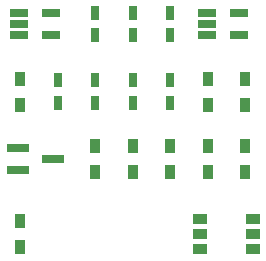
<source format=gtp>
G04 #@! TF.FileFunction,Paste,Top*
%FSLAX46Y46*%
G04 Gerber Fmt 4.6, Leading zero omitted, Abs format (unit mm)*
G04 Created by KiCad (PCBNEW 4.0.7-e2-6376~58~ubuntu17.04.1) date Thu Oct  5 12:14:12 2017*
%MOMM*%
%LPD*%
G01*
G04 APERTURE LIST*
%ADD10C,0.100000*%
%ADD11R,0.750000X1.200000*%
%ADD12R,1.270000X0.970000*%
%ADD13R,0.900000X1.200000*%
%ADD14R,1.900000X0.800000*%
%ADD15R,1.560000X0.650000*%
G04 APERTURE END LIST*
D10*
D11*
X151765000Y-101920000D03*
X151765000Y-103820000D03*
X154940000Y-101920000D03*
X154940000Y-103820000D03*
X148590000Y-98105000D03*
X148590000Y-96205000D03*
X148590000Y-101920000D03*
X148590000Y-103820000D03*
X145415000Y-101920000D03*
X145415000Y-103820000D03*
X154940000Y-98105000D03*
X154940000Y-96205000D03*
X151765000Y-98105000D03*
X151765000Y-96205000D03*
D12*
X161925000Y-113665000D03*
X161925000Y-114935000D03*
X161925000Y-116205000D03*
X157480000Y-113665000D03*
X157480000Y-114935000D03*
X157480000Y-116205000D03*
D13*
X142240000Y-113835000D03*
X142240000Y-116035000D03*
X148590000Y-109685000D03*
X148590000Y-107485000D03*
X151765000Y-107485000D03*
X151765000Y-109685000D03*
X154940000Y-107485000D03*
X154940000Y-109685000D03*
X158115000Y-109685000D03*
X158115000Y-107485000D03*
X161290000Y-107485000D03*
X161290000Y-109685000D03*
X158115000Y-103970000D03*
X158115000Y-101770000D03*
X142240000Y-101770000D03*
X142240000Y-103970000D03*
X161290000Y-103970000D03*
X161290000Y-101770000D03*
D14*
X142010000Y-107635000D03*
X142010000Y-109535000D03*
X145010000Y-108585000D03*
D15*
X158035000Y-96205000D03*
X158035000Y-97155000D03*
X158035000Y-98105000D03*
X160735000Y-98105000D03*
X160735000Y-96205000D03*
X142160000Y-96205000D03*
X142160000Y-97155000D03*
X142160000Y-98105000D03*
X144860000Y-98105000D03*
X144860000Y-96205000D03*
M02*

</source>
